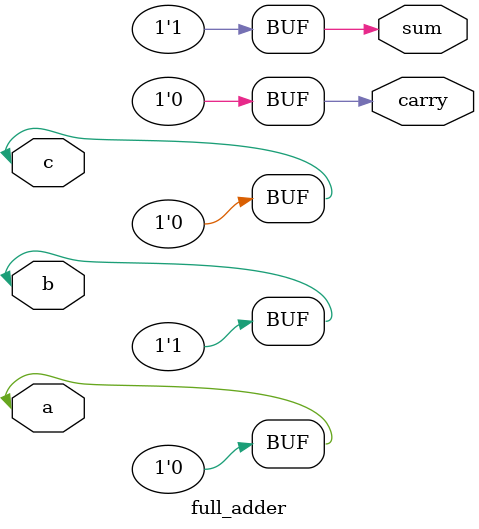
<source format=v>
`timescale 1ns / 1ps


module full_adder(input a,b,c,output sum,carry );
assign a=0,b=1,c=0;
assign sum=a^b^c;
assign carry=a&b|b&c|a&c;
endmodule

</source>
